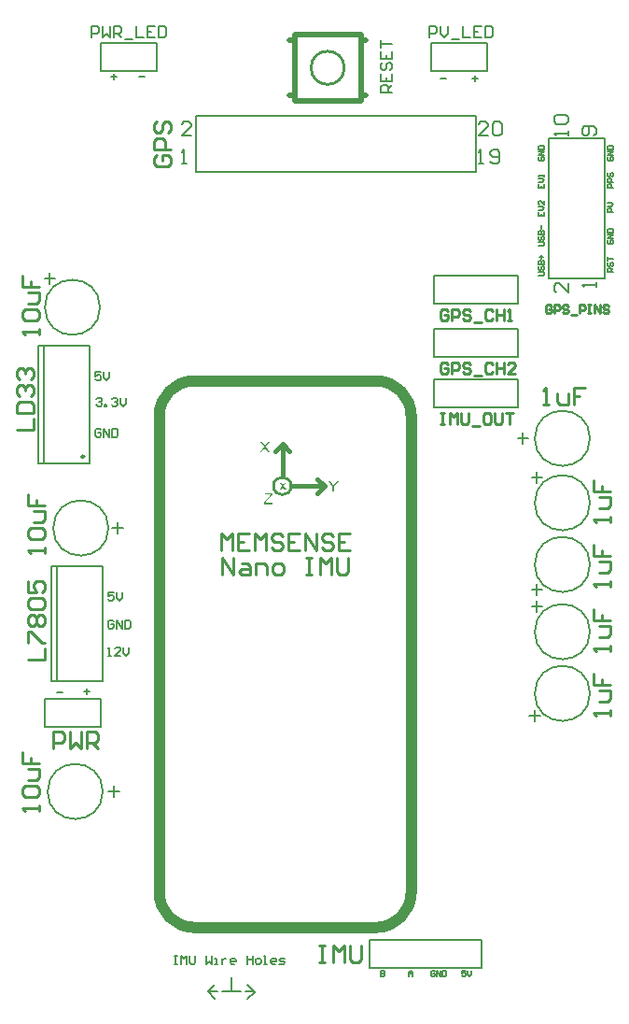
<source format=gto>
%FSAX24Y24*%
%MOIN*%
G70*
G01*
G75*
G04 Layer_Color=65535*
%ADD10C,0.0120*%
%ADD11C,0.0100*%
%ADD12C,0.0150*%
%ADD13C,0.0591*%
%ADD14R,0.0591X0.0591*%
%ADD15C,0.0551*%
%ADD16C,0.0492*%
%ADD17R,0.0492X0.0492*%
%ADD18R,0.0591X0.0591*%
%ADD19C,0.0591*%
%ADD20R,0.0492X0.0492*%
%ADD21C,0.0669*%
%ADD22R,0.0669X0.0669*%
%ADD23R,0.0591X0.0591*%
%ADD24C,0.2500*%
%ADD25R,0.0591X0.0591*%
%ADD26C,0.1378*%
%ADD27C,0.1575*%
%ADD28R,0.0630X0.0630*%
%ADD29C,0.0630*%
%ADD30C,0.0500*%
%ADD31C,0.0079*%
%ADD32C,0.0400*%
%ADD33C,0.0098*%
%ADD34C,0.0197*%
%ADD35C,0.0080*%
%ADD36C,0.0050*%
%ADD37C,0.0059*%
G36*
X058008Y073101D02*
X058152Y072900D01*
X058090D01*
X057992Y073037D01*
X057992Y073037D01*
X057991Y073039D01*
X057990Y073041D01*
X057987Y073044D01*
X057983Y073052D01*
X057977Y073060D01*
X057976Y073060D01*
X057974Y073057D01*
X057973Y073054D01*
X057970Y073049D01*
X057963Y073040D01*
X057960Y073036D01*
X057958Y073033D01*
X057861Y072900D01*
X057800D01*
X057949Y073099D01*
X057818Y073284D01*
X057878D01*
X057948Y073185D01*
Y073185D01*
X057949Y073184D01*
X057952Y073180D01*
X057956Y073175D01*
X057960Y073169D01*
X057965Y073161D01*
X057970Y073153D01*
X057974Y073146D01*
X057978Y073139D01*
X057979Y073140D01*
X057981Y073142D01*
X057984Y073146D01*
X057987Y073152D01*
X057991Y073158D01*
X057997Y073166D01*
X058002Y073173D01*
X058009Y073181D01*
X058086Y073284D01*
X058142D01*
X058008Y073101D01*
D02*
G37*
G36*
X058648Y071697D02*
X058736Y071580D01*
X058672D01*
X058617Y071655D01*
X058562Y071580D01*
X058500D01*
X058586Y071696D01*
X058507Y071805D01*
X058567D01*
X058618Y071738D01*
X058668Y071805D01*
X058728D01*
X058648Y071697D01*
D02*
G37*
G36*
X058247Y071389D02*
X058031Y071123D01*
X058008Y071095D01*
X058254D01*
Y071050D01*
X057950D01*
Y071097D01*
X058146Y071343D01*
Y071344D01*
X058147Y071344D01*
X058149Y071348D01*
X058154Y071352D01*
X058159Y071359D01*
X058165Y071366D01*
X058172Y071374D01*
X058179Y071382D01*
X058186Y071389D01*
X057972D01*
Y071434D01*
X058247D01*
Y071389D01*
D02*
G37*
G36*
X060448Y071663D02*
Y071500D01*
X060397D01*
Y071663D01*
X060249Y071884D01*
X060311D01*
X060387Y071768D01*
Y071767D01*
X060388Y071767D01*
X060389Y071765D01*
X060390Y071763D01*
X060394Y071756D01*
X060400Y071748D01*
X060406Y071738D01*
X060412Y071727D01*
X060419Y071715D01*
X060426Y071703D01*
Y071704D01*
X060427Y071704D01*
X060428Y071706D01*
X060429Y071708D01*
X060433Y071715D01*
X060438Y071723D01*
X060444Y071733D01*
X060451Y071745D01*
X060459Y071757D01*
X060468Y071771D01*
X060542Y071884D01*
X060602D01*
X060448Y071663D01*
D02*
G37*
D11*
X060809Y086619D02*
G03*
X060809Y086619I-000591J000000D01*
G01*
X058916Y071700D02*
G03*
X058916Y071700I-000316J000000D01*
G01*
X068200Y078120D02*
X068150Y078170D01*
X068050D01*
X068000Y078120D01*
Y077920D01*
X068050Y077870D01*
X068150D01*
X068200Y077920D01*
Y078020D01*
X068100D01*
X068300Y077870D02*
Y078170D01*
X068450D01*
X068500Y078120D01*
Y078020D01*
X068450Y077970D01*
X068300D01*
X068800Y078120D02*
X068750Y078170D01*
X068650D01*
X068600Y078120D01*
Y078070D01*
X068650Y078020D01*
X068750D01*
X068800Y077970D01*
Y077920D01*
X068750Y077870D01*
X068650D01*
X068600Y077920D01*
X068900Y077820D02*
X069100D01*
X069200Y077870D02*
Y078170D01*
X069350D01*
X069400Y078120D01*
Y078020D01*
X069350Y077970D01*
X069200D01*
X069500Y078170D02*
X069599D01*
X069549D01*
Y077870D01*
X069500D01*
X069599D01*
X069749D02*
Y078170D01*
X069949Y077870D01*
Y078170D01*
X070249Y078120D02*
X070199Y078170D01*
X070099D01*
X070049Y078120D01*
Y078070D01*
X070099Y078020D01*
X070199D01*
X070249Y077970D01*
Y077920D01*
X070199Y077870D01*
X070099D01*
X070049Y077920D01*
X050100Y069300D02*
Y069500D01*
Y069400D01*
X049500D01*
X049600Y069300D01*
Y069800D02*
X049500Y069900D01*
Y070100D01*
X049600Y070200D01*
X050000D01*
X050100Y070100D01*
Y069900D01*
X050000Y069800D01*
X049600D01*
X049700Y070400D02*
X050000D01*
X050100Y070500D01*
Y070800D01*
X049700D01*
X049500Y071399D02*
Y070999D01*
X049800D01*
Y071199D01*
Y070999D01*
X050100D01*
X070300Y063500D02*
Y063700D01*
Y063600D01*
X069700D01*
X069800Y063500D01*
X069900Y064000D02*
X070200D01*
X070300Y064100D01*
Y064400D01*
X069900D01*
X069700Y065000D02*
Y064600D01*
X070000D01*
Y064800D01*
Y064600D01*
X070300D01*
X067900Y074600D02*
X068100D01*
X068000D01*
Y075200D01*
X067900Y075100D01*
X068400Y075000D02*
Y074700D01*
X068500Y074600D01*
X068800D01*
Y075000D01*
X069400Y075200D02*
X069000D01*
Y074900D01*
X069200D01*
X069000D01*
Y074600D01*
X070300Y068100D02*
Y068300D01*
Y068200D01*
X069700D01*
X069800Y068100D01*
X069900Y068600D02*
X070200D01*
X070300Y068700D01*
Y069000D01*
X069900D01*
X069700Y069600D02*
Y069200D01*
X070000D01*
Y069400D01*
Y069200D01*
X070300D01*
Y065800D02*
Y066000D01*
Y065900D01*
X069700D01*
X069800Y065800D01*
X069900Y066300D02*
X070200D01*
X070300Y066400D01*
Y066700D01*
X069900D01*
X069700Y067300D02*
Y066900D01*
X070000D01*
Y067100D01*
Y066900D01*
X070300D01*
Y070400D02*
Y070600D01*
Y070500D01*
X069700D01*
X069800Y070400D01*
X069900Y070900D02*
X070200D01*
X070300Y071000D01*
Y071300D01*
X069900D01*
X069700Y071900D02*
Y071500D01*
X070000D01*
Y071700D01*
Y071500D01*
X070300D01*
X049100Y073700D02*
X049700D01*
Y074100D01*
X049100Y074300D02*
X049700D01*
Y074600D01*
X049600Y074700D01*
X049200D01*
X049100Y074600D01*
Y074300D01*
X049200Y074900D02*
X049100Y075000D01*
Y075200D01*
X049200Y075299D01*
X049300D01*
X049400Y075200D01*
Y075100D01*
Y075200D01*
X049500Y075299D01*
X049600D01*
X049700Y075200D01*
Y075000D01*
X049600Y074900D01*
X049200Y075499D02*
X049100Y075599D01*
Y075799D01*
X049200Y075899D01*
X049300D01*
X049400Y075799D01*
Y075699D01*
Y075799D01*
X049500Y075899D01*
X049600D01*
X049700Y075799D01*
Y075599D01*
X049600Y075499D01*
X049500Y065500D02*
X050100D01*
Y065900D01*
X049500Y066100D02*
Y066500D01*
X049600D01*
X050000Y066100D01*
X050100D01*
X049600Y066700D02*
X049500Y066800D01*
Y067000D01*
X049600Y067099D01*
X049700D01*
X049800Y067000D01*
X049900Y067099D01*
X050000D01*
X050100Y067000D01*
Y066800D01*
X050000Y066700D01*
X049900D01*
X049800Y066800D01*
X049700Y066700D01*
X049600D01*
X049800Y066800D02*
Y067000D01*
X049600Y067299D02*
X049500Y067399D01*
Y067599D01*
X049600Y067699D01*
X050000D01*
X050100Y067599D01*
Y067399D01*
X050000Y067299D01*
X049600D01*
X049500Y068299D02*
Y067899D01*
X049800D01*
X049700Y068099D01*
Y068199D01*
X049800Y068299D01*
X050000D01*
X050100Y068199D01*
Y067999D01*
X050000Y067899D01*
X059900Y055300D02*
X060100D01*
X060000D01*
Y054700D01*
X059900D01*
X060100D01*
X060400D02*
Y055300D01*
X060600Y055100D01*
X060800Y055300D01*
Y054700D01*
X061000Y055300D02*
Y054800D01*
X061100Y054700D01*
X061300D01*
X061400Y054800D01*
Y055300D01*
X054100Y083500D02*
X054000Y083400D01*
Y083200D01*
X054100Y083100D01*
X054500D01*
X054600Y083200D01*
Y083400D01*
X054500Y083500D01*
X054300D01*
Y083300D01*
X054600Y083700D02*
X054000D01*
Y084000D01*
X054100Y084100D01*
X054300D01*
X054400Y084000D01*
Y083700D01*
X054100Y084699D02*
X054000Y084600D01*
Y084400D01*
X054100Y084300D01*
X054200D01*
X054300Y084400D01*
Y084600D01*
X054400Y084699D01*
X054500D01*
X054600Y084600D01*
Y084400D01*
X054500Y084300D01*
X064250Y074290D02*
X064383D01*
X064317D01*
Y073890D01*
X064250D01*
X064383D01*
X064583D02*
Y074290D01*
X064717Y074157D01*
X064850Y074290D01*
Y073890D01*
X064983Y074290D02*
Y073957D01*
X065050Y073890D01*
X065183D01*
X065250Y073957D01*
Y074290D01*
X065383Y073823D02*
X065650D01*
X065983Y074290D02*
X065849D01*
X065783Y074223D01*
Y073957D01*
X065849Y073890D01*
X065983D01*
X066049Y073957D01*
Y074223D01*
X065983Y074290D01*
X066183D02*
Y073957D01*
X066249Y073890D01*
X066383D01*
X066449Y073957D01*
Y074290D01*
X066583D02*
X066849D01*
X066716D01*
Y073890D01*
X064517Y076043D02*
X064450Y076110D01*
X064317D01*
X064250Y076043D01*
Y075777D01*
X064317Y075710D01*
X064450D01*
X064517Y075777D01*
Y075910D01*
X064383D01*
X064650Y075710D02*
Y076110D01*
X064850D01*
X064916Y076043D01*
Y075910D01*
X064850Y075843D01*
X064650D01*
X065316Y076043D02*
X065250Y076110D01*
X065116D01*
X065050Y076043D01*
Y075977D01*
X065116Y075910D01*
X065250D01*
X065316Y075843D01*
Y075777D01*
X065250Y075710D01*
X065116D01*
X065050Y075777D01*
X065450Y075643D02*
X065716D01*
X066116Y076043D02*
X066049Y076110D01*
X065916D01*
X065849Y076043D01*
Y075777D01*
X065916Y075710D01*
X066049D01*
X066116Y075777D01*
X066249Y076110D02*
Y075710D01*
Y075910D01*
X066516D01*
Y076110D01*
Y075710D01*
X066916D02*
X066649D01*
X066916Y075977D01*
Y076043D01*
X066849Y076110D01*
X066716D01*
X066649Y076043D01*
X064517Y077933D02*
X064450Y078000D01*
X064317D01*
X064250Y077933D01*
Y077667D01*
X064317Y077600D01*
X064450D01*
X064517Y077667D01*
Y077800D01*
X064383D01*
X064650Y077600D02*
Y078000D01*
X064850D01*
X064916Y077933D01*
Y077800D01*
X064850Y077733D01*
X064650D01*
X065316Y077933D02*
X065250Y078000D01*
X065116D01*
X065050Y077933D01*
Y077867D01*
X065116Y077800D01*
X065250D01*
X065316Y077733D01*
Y077667D01*
X065250Y077600D01*
X065116D01*
X065050Y077667D01*
X065450Y077533D02*
X065716D01*
X066116Y077933D02*
X066049Y078000D01*
X065916D01*
X065849Y077933D01*
Y077667D01*
X065916Y077600D01*
X066049D01*
X066116Y077667D01*
X066249Y078000D02*
Y077600D01*
Y077800D01*
X066516D01*
Y078000D01*
Y077600D01*
X066649D02*
X066783D01*
X066716D01*
Y078000D01*
X066649Y077933D01*
X050400Y062325D02*
Y062925D01*
X050700D01*
X050800Y062825D01*
Y062625D01*
X050700Y062525D01*
X050400D01*
X051000Y062925D02*
Y062325D01*
X051200Y062525D01*
X051400Y062325D01*
Y062925D01*
X051600Y062325D02*
Y062925D01*
X051900D01*
X051999Y062825D01*
Y062625D01*
X051900Y062525D01*
X051600D01*
X051800D02*
X051999Y062325D01*
X049900Y077100D02*
Y077300D01*
Y077200D01*
X049300D01*
X049400Y077100D01*
Y077600D02*
X049300Y077700D01*
Y077900D01*
X049400Y078000D01*
X049800D01*
X049900Y077900D01*
Y077700D01*
X049800Y077600D01*
X049400D01*
X049500Y078200D02*
X049800D01*
X049900Y078300D01*
Y078600D01*
X049500D01*
X049300Y079199D02*
Y078799D01*
X049600D01*
Y078999D01*
Y078799D01*
X049900D01*
Y060100D02*
Y060300D01*
Y060200D01*
X049300D01*
X049400Y060100D01*
Y060600D02*
X049300Y060700D01*
Y060900D01*
X049400Y061000D01*
X049800D01*
X049900Y060900D01*
Y060700D01*
X049800Y060600D01*
X049400D01*
X049500Y061200D02*
X049800D01*
X049900Y061300D01*
Y061600D01*
X049500D01*
X049300Y062199D02*
Y061799D01*
X049600D01*
Y061999D01*
Y061799D01*
X049900D01*
X056400Y069400D02*
Y070000D01*
X056600Y069800D01*
X056800Y070000D01*
Y069400D01*
X057400Y070000D02*
X057000D01*
Y069400D01*
X057400D01*
X057000Y069700D02*
X057200D01*
X057600Y069400D02*
Y070000D01*
X057800Y069800D01*
X057999Y070000D01*
Y069400D01*
X058599Y069900D02*
X058499Y070000D01*
X058299D01*
X058199Y069900D01*
Y069800D01*
X058299Y069700D01*
X058499D01*
X058599Y069600D01*
Y069500D01*
X058499Y069400D01*
X058299D01*
X058199Y069500D01*
X059199Y070000D02*
X058799D01*
Y069400D01*
X059199D01*
X058799Y069700D02*
X058999D01*
X059399Y069400D02*
Y070000D01*
X059799Y069400D01*
Y070000D01*
X060399Y069900D02*
X060299Y070000D01*
X060099D01*
X059999Y069900D01*
Y069800D01*
X060099Y069700D01*
X060299D01*
X060399Y069600D01*
Y069500D01*
X060299Y069400D01*
X060099D01*
X059999Y069500D01*
X060999Y070000D02*
X060599D01*
Y069400D01*
X060999D01*
X060599Y069700D02*
X060799D01*
X056451Y068550D02*
Y069150D01*
X056851Y068550D01*
Y069150D01*
X057151Y068950D02*
X057350D01*
X057450Y068850D01*
Y068550D01*
X057151D01*
X057051Y068650D01*
X057151Y068750D01*
X057450D01*
X057650Y068550D02*
Y068950D01*
X057950D01*
X058050Y068850D01*
Y068550D01*
X058350D02*
X058550D01*
X058650Y068650D01*
Y068850D01*
X058550Y068950D01*
X058350D01*
X058250Y068850D01*
Y068650D01*
X058350Y068550D01*
X059450Y069150D02*
X059650D01*
X059550D01*
Y068550D01*
X059450D01*
X059650D01*
X059950D02*
Y069150D01*
X060150Y068950D01*
X060349Y069150D01*
Y068550D01*
X060549Y069150D02*
Y068650D01*
X060649Y068550D01*
X060849D01*
X060949Y068650D01*
Y069150D01*
D12*
X059850Y071450D02*
X060100Y071700D01*
X059850Y071950D02*
X060100Y071700D01*
X058600Y073200D02*
X058850Y072950D01*
X058350D02*
X058600Y073200D01*
Y072050D02*
Y073200D01*
X058950Y071700D02*
X060100D01*
D31*
X052384Y070200D02*
G03*
X052384Y070200I-000984J000000D01*
G01*
X069584Y071100D02*
G03*
X069584Y071100I-000984J000000D01*
G01*
Y066500D02*
G03*
X069584Y066500I-000984J000000D01*
G01*
Y068900D02*
G03*
X069584Y068900I-000984J000000D01*
G01*
Y073400D02*
G03*
X069584Y073400I-000984J000000D01*
G01*
Y064300D02*
G03*
X069584Y064300I-000984J000000D01*
G01*
X052084Y078075D02*
G03*
X052084Y078075I-000984J000000D01*
G01*
X052184Y060800D02*
G03*
X052184Y060800I-000984J000000D01*
G01*
X070100Y079100D02*
Y084100D01*
X068100Y079100D02*
Y084100D01*
Y079100D02*
X070100D01*
X068100Y084100D02*
X070100D01*
X050555Y064728D02*
Y068822D01*
X050358Y064728D02*
X052169D01*
Y068822D01*
X050358D02*
X052169D01*
X050358Y064728D02*
Y068822D01*
X050100Y063100D02*
Y064100D01*
X052100D01*
Y063100D02*
Y064100D01*
X050100Y063100D02*
X052100D01*
X064000Y078200D02*
X067000D01*
Y079200D01*
X064000D02*
X067000D01*
X064000Y078200D02*
Y079200D01*
Y076300D02*
X067000D01*
Y077300D01*
X064000D02*
X067000D01*
X064000Y076300D02*
Y077300D01*
X065700Y054500D02*
Y055500D01*
X061700Y054500D02*
X065700D01*
X061700Y055500D02*
X065700D01*
X061700Y054500D02*
Y055500D01*
X064000Y074500D02*
X067000D01*
Y075500D01*
X064000D02*
X067000D01*
X064000Y074500D02*
Y075500D01*
X065500Y082900D02*
Y084900D01*
X055500Y082900D02*
X056250D01*
X055500D02*
Y084900D01*
X056250D01*
X065500D01*
X056250Y082900D02*
X065500D01*
X054100Y086500D02*
Y087500D01*
X052100Y086500D02*
X054100D01*
X052100D02*
Y087500D01*
X054100D01*
X063900Y086500D02*
Y087500D01*
X065900D01*
Y086500D02*
Y087500D01*
X063900Y086500D02*
X065900D01*
X050075Y072494D02*
Y076706D01*
X049878Y072494D02*
Y076706D01*
X051728Y072494D02*
Y076706D01*
X049878Y072494D02*
X051728D01*
X049878Y076706D02*
X051728D01*
D32*
X054200Y057200D02*
G03*
X055450Y055950I001250J000000D01*
G01*
X061950D02*
G03*
X063200Y057200I000000J001250D01*
G01*
X055450Y075450D02*
G03*
X054200Y074200I000000J-001250D01*
G01*
X063200D02*
G03*
X061950Y075450I-001250J000000D01*
G01*
X055450Y055950D02*
X061950D01*
X054200Y057200D02*
Y074200D01*
X063200Y057200D02*
Y074200D01*
X055450Y075450D02*
X061950D01*
D33*
X051522Y072750D02*
G03*
X051522Y072750I-000049J000000D01*
G01*
D34*
X059038Y087800D02*
X061400D01*
X059038Y085438D02*
Y087800D01*
Y085438D02*
X061400D01*
Y087800D01*
X058841Y085635D02*
X059038D01*
X058841Y087603D02*
X059038D01*
X061400D02*
X061597D01*
X061400Y085635D02*
X061597D01*
D35*
X068800Y084200D02*
Y084367D01*
Y084283D01*
X068300D01*
X068383Y084200D01*
Y084617D02*
X068300Y084700D01*
Y084866D01*
X068383Y084950D01*
X068717D01*
X068800Y084866D01*
Y084700D01*
X068717Y084617D01*
X068383D01*
X069717Y084200D02*
X069800Y084283D01*
Y084450D01*
X069717Y084533D01*
X069383D01*
X069300Y084450D01*
Y084283D01*
X069383Y084200D01*
X069467D01*
X069550Y084283D01*
Y084533D01*
X069800Y078800D02*
Y078967D01*
Y078883D01*
X069300D01*
X069383Y078800D01*
X068800Y078933D02*
Y078600D01*
X068467Y078933D01*
X068383D01*
X068300Y078850D01*
Y078683D01*
X068383Y078600D01*
X062500Y085730D02*
X062100D01*
Y085930D01*
X062167Y085997D01*
X062300D01*
X062367Y085930D01*
Y085730D01*
Y085863D02*
X062500Y085997D01*
X062100Y086396D02*
Y086130D01*
X062500D01*
Y086396D01*
X062300Y086130D02*
Y086263D01*
X062167Y086796D02*
X062100Y086730D01*
Y086596D01*
X062167Y086530D01*
X062233D01*
X062300Y086596D01*
Y086730D01*
X062367Y086796D01*
X062433D01*
X062500Y086730D01*
Y086596D01*
X062433Y086530D01*
X062100Y087196D02*
Y086930D01*
X062500D01*
Y087196D01*
X062300Y086930D02*
Y087063D01*
X062100Y087329D02*
Y087596D01*
Y087463D01*
X062500D01*
X063840Y087720D02*
Y088120D01*
X064040D01*
X064107Y088053D01*
Y087920D01*
X064040Y087853D01*
X063840D01*
X064240Y088120D02*
Y087853D01*
X064373Y087720D01*
X064506Y087853D01*
Y088120D01*
X064640Y087653D02*
X064906D01*
X065040Y088120D02*
Y087720D01*
X065306D01*
X065706Y088120D02*
X065439D01*
Y087720D01*
X065706D01*
X065439Y087920D02*
X065573D01*
X065839Y088120D02*
Y087720D01*
X066039D01*
X066106Y087787D01*
Y088053D01*
X066039Y088120D01*
X065839D01*
X051790Y087690D02*
Y088090D01*
X051990D01*
X052057Y088023D01*
Y087890D01*
X051990Y087823D01*
X051790D01*
X052190Y088090D02*
Y087690D01*
X052323Y087823D01*
X052456Y087690D01*
Y088090D01*
X052590Y087690D02*
Y088090D01*
X052790D01*
X052856Y088023D01*
Y087890D01*
X052790Y087823D01*
X052590D01*
X052723D02*
X052856Y087690D01*
X052990Y087623D02*
X053256D01*
X053389Y088090D02*
Y087690D01*
X053656D01*
X054056Y088090D02*
X053789D01*
Y087690D01*
X054056D01*
X053789Y087890D02*
X053923D01*
X054189Y088090D02*
Y087690D01*
X054389D01*
X054456Y087757D01*
Y088023D01*
X054389Y088090D01*
X054189D01*
X065933Y084200D02*
X065600D01*
X065933Y084533D01*
Y084617D01*
X065850Y084700D01*
X065683D01*
X065600Y084617D01*
X066100D02*
X066183Y084700D01*
X066350D01*
X066433Y084617D01*
Y084283D01*
X066350Y084200D01*
X066183D01*
X066100Y084283D01*
Y084617D01*
X065600Y083200D02*
X065767D01*
X065683D01*
Y083700D01*
X065600Y083617D01*
X066017Y083283D02*
X066100Y083200D01*
X066266D01*
X066350Y083283D01*
Y083617D01*
X066266Y083700D01*
X066100D01*
X066017Y083617D01*
Y083533D01*
X066100Y083450D01*
X066350D01*
X055000Y083200D02*
X055167D01*
X055083D01*
Y083700D01*
X055000Y083617D01*
X055333Y084200D02*
X055000D01*
X055333Y084533D01*
Y084617D01*
X055250Y084700D01*
X055083D01*
X055000Y084617D01*
D36*
X070430Y082340D02*
X070230D01*
Y082440D01*
X070263Y082473D01*
X070330D01*
X070363Y082440D01*
Y082340D01*
X070430Y082540D02*
X070230D01*
Y082640D01*
X070263Y082673D01*
X070330D01*
X070363Y082640D01*
Y082540D01*
X070263Y082873D02*
X070230Y082840D01*
Y082773D01*
X070263Y082740D01*
X070297D01*
X070330Y082773D01*
Y082840D01*
X070363Y082873D01*
X070397D01*
X070430Y082840D01*
Y082773D01*
X070397Y082740D01*
X067750Y080260D02*
X067917D01*
X067950Y080293D01*
Y080360D01*
X067917Y080393D01*
X067750D01*
X067783Y080593D02*
X067750Y080560D01*
Y080493D01*
X067783Y080460D01*
X067817D01*
X067850Y080493D01*
Y080560D01*
X067883Y080593D01*
X067917D01*
X067950Y080560D01*
Y080493D01*
X067917Y080460D01*
X067750Y080660D02*
X067950D01*
Y080760D01*
X067917Y080793D01*
X067883D01*
X067850Y080760D01*
Y080660D01*
Y080760D01*
X067817Y080793D01*
X067783D01*
X067750Y080760D01*
Y080660D01*
X067850Y080860D02*
Y080993D01*
X067760Y082483D02*
Y082350D01*
X067960D01*
Y082483D01*
X067860Y082350D02*
Y082417D01*
X067760Y082550D02*
X067893D01*
X067960Y082617D01*
X067893Y082683D01*
X067760D01*
X067960Y082750D02*
Y082817D01*
Y082783D01*
X067760D01*
X067793Y082750D01*
X070243Y083443D02*
X070210Y083410D01*
Y083343D01*
X070243Y083310D01*
X070377D01*
X070410Y083343D01*
Y083410D01*
X070377Y083443D01*
X070310D01*
Y083377D01*
X070410Y083510D02*
X070210D01*
X070410Y083643D01*
X070210D01*
Y083710D02*
X070410D01*
Y083810D01*
X070377Y083843D01*
X070243D01*
X070210Y083810D01*
Y083710D01*
X070253Y080473D02*
X070220Y080440D01*
Y080373D01*
X070253Y080340D01*
X070387D01*
X070420Y080373D01*
Y080440D01*
X070387Y080473D01*
X070320D01*
Y080407D01*
X070420Y080540D02*
X070220D01*
X070420Y080673D01*
X070220D01*
Y080740D02*
X070420D01*
Y080840D01*
X070387Y080873D01*
X070253D01*
X070220Y080840D01*
Y080740D01*
X070420Y079350D02*
X070220D01*
Y079450D01*
X070253Y079483D01*
X070320D01*
X070353Y079450D01*
Y079350D01*
Y079417D02*
X070420Y079483D01*
X070253Y079683D02*
X070220Y079650D01*
Y079583D01*
X070253Y079550D01*
X070287D01*
X070320Y079583D01*
Y079650D01*
X070353Y079683D01*
X070387D01*
X070420Y079650D01*
Y079583D01*
X070387Y079550D01*
X070220Y079750D02*
Y079883D01*
Y079817D01*
X070420D01*
X067783Y083443D02*
X067750Y083410D01*
Y083343D01*
X067783Y083310D01*
X067917D01*
X067950Y083343D01*
Y083410D01*
X067917Y083443D01*
X067850D01*
Y083377D01*
X067950Y083510D02*
X067750D01*
X067950Y083643D01*
X067750D01*
Y083710D02*
X067950D01*
Y083810D01*
X067917Y083843D01*
X067783D01*
X067750Y083810D01*
Y083710D01*
X067760Y079200D02*
X067927D01*
X067960Y079233D01*
Y079300D01*
X067927Y079333D01*
X067760D01*
X067793Y079533D02*
X067760Y079500D01*
Y079433D01*
X067793Y079400D01*
X067827D01*
X067860Y079433D01*
Y079500D01*
X067893Y079533D01*
X067927D01*
X067960Y079500D01*
Y079433D01*
X067927Y079400D01*
X067760Y079600D02*
X067960D01*
Y079700D01*
X067927Y079733D01*
X067893D01*
X067860Y079700D01*
Y079600D01*
Y079700D01*
X067827Y079733D01*
X067793D01*
X067760Y079700D01*
Y079600D01*
X067860Y079800D02*
Y079933D01*
X067793Y079866D02*
X067927D01*
X070430Y081460D02*
X070230D01*
Y081560D01*
X070263Y081593D01*
X070330D01*
X070363Y081560D01*
Y081460D01*
X070230Y081660D02*
X070363D01*
X070430Y081727D01*
X070363Y081793D01*
X070230D01*
X067740Y081473D02*
Y081340D01*
X067940D01*
Y081473D01*
X067840Y081340D02*
Y081407D01*
X067740Y081540D02*
X067873D01*
X067940Y081607D01*
X067873Y081673D01*
X067740D01*
X067940Y081873D02*
Y081740D01*
X067807Y081873D01*
X067773D01*
X067740Y081840D01*
Y081773D01*
X067773Y081740D01*
X052380Y065650D02*
X052480D01*
X052430D01*
Y065950D01*
X052380Y065900D01*
X052830Y065650D02*
X052630D01*
X052830Y065850D01*
Y065900D01*
X052780Y065950D01*
X052680D01*
X052630Y065900D01*
X052930Y065950D02*
Y065750D01*
X053030Y065650D01*
X053130Y065750D01*
Y065950D01*
X052570Y067920D02*
X052370D01*
Y067770D01*
X052470Y067820D01*
X052520D01*
X052570Y067770D01*
Y067670D01*
X052520Y067620D01*
X052420D01*
X052370Y067670D01*
X052670Y067920D02*
Y067720D01*
X052770Y067620D01*
X052870Y067720D01*
Y067920D01*
X052570Y066860D02*
X052520Y066910D01*
X052420D01*
X052370Y066860D01*
Y066660D01*
X052420Y066610D01*
X052520D01*
X052570Y066660D01*
Y066760D01*
X052470D01*
X052670Y066610D02*
Y066910D01*
X052870Y066610D01*
Y066910D01*
X052970D02*
Y066610D01*
X053120D01*
X053170Y066660D01*
Y066860D01*
X053120Y066910D01*
X052970D01*
X062100Y054400D02*
Y054200D01*
X062200D01*
X062233Y054233D01*
Y054267D01*
X062200Y054300D01*
X062100D01*
X062200D01*
X062233Y054333D01*
Y054367D01*
X062200Y054400D01*
X062100D01*
X063100Y054200D02*
Y054333D01*
X063167Y054400D01*
X063233Y054333D01*
Y054200D01*
Y054300D01*
X063100D01*
X064033Y054367D02*
X064000Y054400D01*
X063933D01*
X063900Y054367D01*
Y054233D01*
X063933Y054200D01*
X064000D01*
X064033Y054233D01*
Y054300D01*
X063967D01*
X064100Y054200D02*
Y054400D01*
X064233Y054200D01*
Y054400D01*
X064300D02*
Y054200D01*
X064400D01*
X064433Y054233D01*
Y054367D01*
X064400Y054400D01*
X064300D01*
X065133D02*
X065000D01*
Y054300D01*
X065067Y054333D01*
X065100D01*
X065133Y054300D01*
Y054233D01*
X065100Y054200D01*
X065033D01*
X065000Y054233D01*
X065200Y054400D02*
Y054267D01*
X065267Y054200D01*
X065333Y054267D01*
Y054400D01*
X053670Y086320D02*
X053470D01*
X052690Y086290D02*
X052490D01*
X052590Y086190D02*
Y086390D01*
X064460Y086240D02*
X064260D01*
X065570D02*
X065370D01*
X065470Y086140D02*
Y086340D01*
X051520Y064370D02*
X051720D01*
X051620Y064470D02*
Y064270D01*
X050540Y064350D02*
X050740D01*
X052130Y075760D02*
X051930D01*
Y075610D01*
X052030Y075660D01*
X052080D01*
X052130Y075610D01*
Y075510D01*
X052080Y075460D01*
X051980D01*
X051930Y075510D01*
X052230Y075760D02*
Y075560D01*
X052330Y075460D01*
X052430Y075560D01*
Y075760D01*
X051960Y074790D02*
X052010Y074840D01*
X052110D01*
X052160Y074790D01*
Y074740D01*
X052110Y074690D01*
X052060D01*
X052110D01*
X052160Y074640D01*
Y074590D01*
X052110Y074540D01*
X052010D01*
X051960Y074590D01*
X052260Y074540D02*
Y074590D01*
X052310D01*
Y074540D01*
X052260D01*
X052510Y074790D02*
X052560Y074840D01*
X052660D01*
X052710Y074790D01*
Y074740D01*
X052660Y074690D01*
X052610D01*
X052660D01*
X052710Y074640D01*
Y074590D01*
X052660Y074540D01*
X052560D01*
X052510Y074590D01*
X052810Y074840D02*
Y074640D01*
X052910Y074540D01*
X053010Y074640D01*
Y074840D01*
X052130Y073700D02*
X052080Y073750D01*
X051980D01*
X051930Y073700D01*
Y073500D01*
X051980Y073450D01*
X052080D01*
X052130Y073500D01*
Y073600D01*
X052030D01*
X052230Y073450D02*
Y073750D01*
X052430Y073450D01*
Y073750D01*
X052530D02*
Y073450D01*
X052680D01*
X052730Y073500D01*
Y073700D01*
X052680Y073750D01*
X052530D01*
X054740Y054940D02*
X054840D01*
X054790D01*
Y054640D01*
X054740D01*
X054840D01*
X054990D02*
Y054940D01*
X055090Y054840D01*
X055190Y054940D01*
Y054640D01*
X055290Y054940D02*
Y054690D01*
X055340Y054640D01*
X055440D01*
X055490Y054690D01*
Y054940D01*
X055890D02*
Y054640D01*
X055990Y054740D01*
X056090Y054640D01*
Y054940D01*
X056190Y054640D02*
X056290D01*
X056240D01*
Y054840D01*
X056190D01*
X056439D02*
Y054640D01*
Y054740D01*
X056489Y054790D01*
X056539Y054840D01*
X056589D01*
X056889Y054640D02*
X056789D01*
X056739Y054690D01*
Y054790D01*
X056789Y054840D01*
X056889D01*
X056939Y054790D01*
Y054740D01*
X056739D01*
X057339Y054940D02*
Y054640D01*
Y054790D01*
X057539D01*
Y054940D01*
Y054640D01*
X057689D02*
X057789D01*
X057839Y054690D01*
Y054790D01*
X057789Y054840D01*
X057689D01*
X057639Y054790D01*
Y054690D01*
X057689Y054640D01*
X057939D02*
X058039D01*
X057989D01*
Y054940D01*
X057939D01*
X058339Y054640D02*
X058239D01*
X058189Y054690D01*
Y054790D01*
X058239Y054840D01*
X058339D01*
X058389Y054790D01*
Y054740D01*
X058189D01*
X058489Y054640D02*
X058639D01*
X058689Y054690D01*
X058639Y054740D01*
X058539D01*
X058489Y054790D01*
X058539Y054840D01*
X058689D01*
X056780Y054160D02*
Y053660D01*
Y053657D02*
X057113D01*
X057280D02*
X057613D01*
X055950D02*
X056283D01*
X056450D02*
X056783D01*
X057360Y053400D02*
X057610Y053650D01*
X057360Y053900D01*
X056190Y053410D02*
X055940Y053660D01*
X056190Y053910D01*
D37*
X052900Y070205D02*
X052506D01*
X052703Y070008D02*
Y070402D01*
X067695Y072200D02*
Y071806D01*
X067892Y072003D02*
X067498D01*
X067695Y067600D02*
Y067206D01*
X067892Y067403D02*
X067498D01*
X067500Y067995D02*
X067894D01*
X067697Y068192D02*
Y067798D01*
X067000Y073395D02*
X067394D01*
X067197Y073592D02*
Y073198D01*
X067605Y063300D02*
Y063694D01*
X067408Y063497D02*
X067802D01*
X050100Y079095D02*
X050494D01*
X050297Y079292D02*
Y078898D01*
X052765Y060800D02*
X052371D01*
X052568Y060603D02*
Y060997D01*
M02*

</source>
